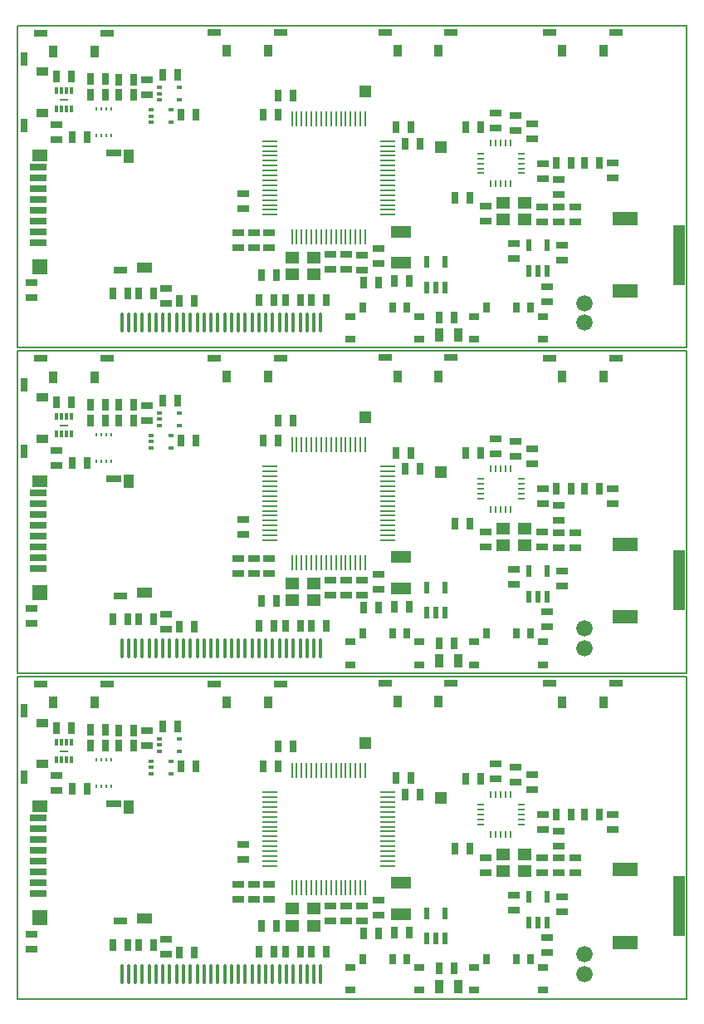
<source format=gbr>
G04 #@! TF.FileFunction,Paste,Top*
%FSLAX46Y46*%
G04 Gerber Fmt 4.6, Leading zero omitted, Abs format (unit mm)*
G04 Created by KiCad (PCBNEW 4.0.2+dfsg1-stable) date Wed 16 Mar 2016 07:28:31 PM CET*
%MOMM*%
G01*
G04 APERTURE LIST*
%ADD10C,0.150000*%
%ADD11R,0.700000X1.100000*%
%ADD12R,1.000000X0.800000*%
%ADD13R,0.762000X0.254000*%
%ADD14R,0.254000X0.762000*%
%ADD15R,0.300000X0.750000*%
%ADD16R,0.960000X0.270000*%
%ADD17R,1.750000X0.700000*%
%ADD18R,1.500000X1.500000*%
%ADD19R,1.500000X1.300000*%
%ADD20R,1.400000X0.800000*%
%ADD21R,1.550000X1.000000*%
%ADD22R,1.000000X1.450000*%
%ADD23R,1.500000X0.800000*%
%ADD24R,2.500000X1.400000*%
%ADD25R,1.200000X6.200000*%
%ADD26R,0.899160X1.399540*%
%ADD27R,0.889000X1.399540*%
%ADD28R,1.998980X1.198880*%
%ADD29C,1.676400*%
%ADD30R,0.635000X1.143000*%
%ADD31R,1.143000X0.635000*%
%ADD32R,0.269240X1.501140*%
%ADD33R,1.501140X0.248920*%
%ADD34R,1.200000X1.200000*%
%ADD35R,0.900000X1.270000*%
%ADD36R,1.450000X0.800000*%
%ADD37R,0.548640X1.198880*%
%ADD38O,0.400000X2.000000*%
%ADD39R,1.399540X1.198880*%
%ADD40R,1.270000X0.900000*%
%ADD41R,0.800000X1.450000*%
%ADD42R,0.508000X0.304800*%
%ADD43R,0.200000X0.400000*%
G04 APERTURE END LIST*
D10*
X166650000Y-162055000D02*
X166650000Y-162155000D01*
X234910000Y-162055000D02*
X166650000Y-162055000D01*
X166650000Y-194880000D02*
X166650000Y-194855000D01*
X234910000Y-194880000D02*
X166650000Y-194880000D01*
X234905000Y-162030000D02*
X234905000Y-194880000D01*
X166650000Y-162080000D02*
X166650000Y-194880000D01*
X166650000Y-128910000D02*
X166650000Y-161710000D01*
X234905000Y-128860000D02*
X234905000Y-161710000D01*
X234910000Y-161710000D02*
X166650000Y-161710000D01*
X166650000Y-161710000D02*
X166650000Y-161685000D01*
X234910000Y-128885000D02*
X166650000Y-128885000D01*
X166650000Y-128885000D02*
X166650000Y-128985000D01*
X166650000Y-95725000D02*
X166650000Y-95825000D01*
X234910000Y-95725000D02*
X166650000Y-95725000D01*
X166650000Y-128550000D02*
X166650000Y-128525000D01*
X234910000Y-128550000D02*
X166650000Y-128550000D01*
X234905000Y-95700000D02*
X234905000Y-128550000D01*
X166650000Y-95750000D02*
X166650000Y-128550000D01*
D11*
X201879920Y-190792920D03*
X204879920Y-190792920D03*
X206379920Y-190792920D03*
D12*
X200629920Y-191692920D03*
X200629920Y-193992920D03*
X207629920Y-191692920D03*
X207629920Y-193992920D03*
D11*
X214490080Y-190792920D03*
X217490080Y-190792920D03*
X218990080Y-190792920D03*
D12*
X213240080Y-191692920D03*
X213240080Y-193992920D03*
X220240080Y-191692920D03*
X220240080Y-193992920D03*
D13*
X213895220Y-175109240D03*
D14*
X214944240Y-178159780D03*
D13*
X217994780Y-177110760D03*
D14*
X216945760Y-174060220D03*
D13*
X213895220Y-175609620D03*
D14*
X215444620Y-178159780D03*
D13*
X217994780Y-176610380D03*
D14*
X216445380Y-174060220D03*
D13*
X213895220Y-176110000D03*
D14*
X215945000Y-178159780D03*
D13*
X217994780Y-176110000D03*
D14*
X215945000Y-174060220D03*
D13*
X213895220Y-176610380D03*
D14*
X216445380Y-178159780D03*
D13*
X217994780Y-175609620D03*
D14*
X215444620Y-174060220D03*
D13*
X213895220Y-177110760D03*
D14*
X216945760Y-178159780D03*
D13*
X217994780Y-175109240D03*
D14*
X214944240Y-174060220D03*
D15*
X170625000Y-170530000D03*
X171125000Y-170530000D03*
X171625000Y-170530000D03*
X172125000Y-170530000D03*
X172125000Y-168730000D03*
X171625000Y-168730000D03*
X171125000Y-168730000D03*
X170625000Y-168730000D03*
D16*
X171375000Y-169630000D03*
D17*
X168775000Y-176480000D03*
X168775000Y-177580000D03*
X168775000Y-178680000D03*
X168775000Y-179780000D03*
X168775000Y-180880000D03*
X168775000Y-181980000D03*
X168775000Y-183080000D03*
X168775000Y-184180000D03*
D18*
X168900000Y-186630000D03*
D19*
X168900000Y-175280000D03*
D20*
X177150000Y-186980000D03*
D21*
X179575000Y-186680000D03*
D22*
X178000000Y-175355000D03*
D23*
X176500000Y-175030000D03*
D24*
X228650000Y-189130000D03*
D25*
X234100000Y-185430000D03*
D24*
X228650000Y-181730000D03*
D26*
X209660040Y-193610000D03*
D27*
X211559960Y-193610000D03*
D28*
X205740280Y-186236380D03*
X205740280Y-183041060D03*
D29*
X224440000Y-190341780D03*
X224440000Y-192338220D03*
D30*
X191548000Y-187480000D03*
X193072000Y-187480000D03*
D31*
X198597800Y-186927260D03*
X198597800Y-185403260D03*
X189692560Y-180706800D03*
X189692560Y-179182800D03*
X168050000Y-188258000D03*
X168050000Y-189782000D03*
X220640000Y-188628000D03*
X220640000Y-190152000D03*
D30*
X206616580Y-188098200D03*
X205092580Y-188098200D03*
X206218000Y-174080000D03*
X207742000Y-174080000D03*
X194787000Y-169180000D03*
X193263000Y-169180000D03*
D31*
X192306220Y-184730160D03*
X192306220Y-183206160D03*
D30*
X206812000Y-172410000D03*
X205288000Y-172410000D03*
X191668680Y-171181800D03*
X193192680Y-171181800D03*
D31*
X203500000Y-184806360D03*
X203500000Y-186330360D03*
X190751740Y-184730160D03*
X190751740Y-183206160D03*
X200190380Y-185403260D03*
X200190380Y-186927260D03*
D30*
X201930280Y-188209960D03*
X203454280Y-188209960D03*
D31*
X215410000Y-172502000D03*
X215410000Y-170978000D03*
X219100000Y-173562000D03*
X219100000Y-172038000D03*
X222200000Y-184468000D03*
X222200000Y-185992000D03*
D30*
X212388000Y-172440000D03*
X213912000Y-172440000D03*
D31*
X227380000Y-177612000D03*
X227380000Y-176088000D03*
D30*
X225992000Y-176090000D03*
X224468000Y-176090000D03*
D31*
X223525080Y-182067640D03*
X223525080Y-180543640D03*
X214373380Y-182006300D03*
X214373380Y-180482300D03*
X220120000Y-180523000D03*
X220120000Y-182047000D03*
X221869000Y-182054940D03*
X221869000Y-180530940D03*
X181825000Y-190367000D03*
X181825000Y-188843000D03*
D30*
X184662000Y-190130000D03*
X183138000Y-190130000D03*
X176388000Y-189355000D03*
X177912000Y-189355000D03*
X178988000Y-189380000D03*
X180512000Y-189380000D03*
X194005480Y-190059080D03*
X195529480Y-190059080D03*
X198145680Y-190059080D03*
X196621680Y-190059080D03*
D31*
X189194720Y-184720000D03*
X189194720Y-183196000D03*
D32*
X198126080Y-183579480D03*
X197625700Y-183579480D03*
X197125320Y-183579480D03*
X196624940Y-183579480D03*
X196124560Y-183579480D03*
X195624180Y-183579480D03*
X195123800Y-183579480D03*
X194625960Y-183579480D03*
X202124040Y-183579480D03*
X202124040Y-171580520D03*
X194625960Y-171580520D03*
X198623920Y-183579480D03*
X199124300Y-183579480D03*
X199624680Y-183579480D03*
X200125060Y-183579480D03*
X200625440Y-183579480D03*
X201125820Y-183579480D03*
X201626200Y-183579480D03*
X201626200Y-171580520D03*
X201125820Y-171580520D03*
X200625440Y-171580520D03*
X200125060Y-171580520D03*
X199624680Y-171580520D03*
X199124300Y-171580520D03*
X198623920Y-171580520D03*
X198126080Y-171580520D03*
X197625700Y-171580520D03*
X197125320Y-171580520D03*
X196624940Y-171580520D03*
X196124560Y-171580520D03*
X195624180Y-171580520D03*
X195123800Y-171580520D03*
D33*
X192375520Y-181329040D03*
X192375520Y-180831200D03*
X192375520Y-180330820D03*
X192375520Y-179830440D03*
X192375520Y-179330060D03*
X192375520Y-178829680D03*
X192375520Y-177331080D03*
X192375520Y-176330320D03*
X192375520Y-175829940D03*
X192375520Y-178329300D03*
X192375520Y-177828920D03*
X192375520Y-176830700D03*
X192375520Y-175329560D03*
X192375520Y-174829180D03*
X192375520Y-174328800D03*
X192375520Y-173830960D03*
X204374480Y-181329040D03*
X204374480Y-180831200D03*
X204374480Y-180330820D03*
X204374480Y-179830440D03*
X204374480Y-179330060D03*
X204374480Y-178829680D03*
X204374480Y-178329300D03*
X204374480Y-177828920D03*
X204374480Y-177331080D03*
X204374480Y-176830700D03*
X204374480Y-176330320D03*
X204374480Y-175829940D03*
X204374480Y-175329560D03*
X204374480Y-174829180D03*
X204374480Y-174328800D03*
X204374480Y-173830960D03*
D31*
X201808360Y-186934880D03*
X201808360Y-185410880D03*
D30*
X223142000Y-176090000D03*
X221618000Y-176090000D03*
D31*
X220230000Y-177622000D03*
X220230000Y-176098000D03*
X221870000Y-177788000D03*
X221870000Y-179312000D03*
D34*
X209780000Y-174430000D03*
X202100000Y-168790000D03*
D30*
X211192000Y-191790000D03*
X209668000Y-191790000D03*
D31*
X217250000Y-184298000D03*
X217250000Y-185822000D03*
X217410000Y-171248000D03*
X217410000Y-172772000D03*
D30*
X191302920Y-190059080D03*
X192826920Y-190059080D03*
D35*
X170275000Y-164715000D03*
X174475000Y-164715000D03*
D36*
X169000000Y-162830000D03*
X175751000Y-162830000D03*
D35*
X187980000Y-164665000D03*
X192180000Y-164665000D03*
D36*
X186705000Y-162780000D03*
X193456000Y-162780000D03*
D35*
X205400000Y-164615000D03*
X209600000Y-164615000D03*
D36*
X204125000Y-162730000D03*
X210876000Y-162730000D03*
D35*
X222200000Y-164645000D03*
X226400000Y-164645000D03*
D36*
X220925000Y-162760000D03*
X227676000Y-162760000D03*
D37*
X208386680Y-188735140D03*
X209336640Y-188735140D03*
X210286600Y-188735140D03*
X210286600Y-186139260D03*
X208386680Y-186139260D03*
X218760040Y-187067940D03*
X219710000Y-187067940D03*
X220659960Y-187067940D03*
X220659960Y-184472060D03*
X218760040Y-184472060D03*
D38*
X177275000Y-192330000D03*
X177975000Y-192330000D03*
X178675000Y-192330000D03*
X179375000Y-192330000D03*
X180075000Y-192330000D03*
X180775000Y-192330000D03*
X181475000Y-192330000D03*
X182175000Y-192330000D03*
X182875000Y-192330000D03*
X183575000Y-192330000D03*
X184275000Y-192330000D03*
X184975000Y-192330000D03*
X185675000Y-192330000D03*
X186375000Y-192330000D03*
X187075000Y-192330000D03*
X187775000Y-192330000D03*
X188475000Y-192330000D03*
X189175000Y-192330000D03*
X189875000Y-192330000D03*
X190575000Y-192330000D03*
X191275000Y-192330000D03*
X191975000Y-192330000D03*
X192675000Y-192330000D03*
X193375000Y-192330000D03*
X194075000Y-192330000D03*
X194775000Y-192330000D03*
X195475000Y-192330000D03*
X196175000Y-192330000D03*
X196875000Y-192330000D03*
X197575000Y-192330000D03*
D39*
X196875680Y-187407320D03*
X194676040Y-187407320D03*
X196875680Y-185705520D03*
X194676040Y-185705520D03*
X218344820Y-181835900D03*
X216145180Y-181835900D03*
X218344820Y-180134100D03*
X216145180Y-180134100D03*
D40*
X169185000Y-170980000D03*
X169185000Y-166780000D03*
D41*
X167300000Y-172255000D03*
X167300000Y-165504000D03*
D30*
X176938000Y-167555000D03*
X178462000Y-167555000D03*
X183288000Y-171155000D03*
X184812000Y-171155000D03*
D31*
X179825000Y-169117000D03*
X179825000Y-167593000D03*
D30*
X175612000Y-167505000D03*
X174088000Y-167505000D03*
X176938000Y-169105000D03*
X178462000Y-169105000D03*
X172238000Y-173455000D03*
X173762000Y-173455000D03*
D31*
X170610000Y-172148000D03*
X170610000Y-173672000D03*
D30*
X170588000Y-167280000D03*
X172112000Y-167280000D03*
X174088000Y-169105000D03*
X175612000Y-169105000D03*
X182962000Y-167105000D03*
X181438000Y-167105000D03*
D42*
X180284000Y-170645000D03*
X180284000Y-171915000D03*
X182316000Y-170645000D03*
X180284000Y-171280000D03*
X182316000Y-171915000D03*
D43*
X174725000Y-173255000D03*
X175225000Y-173255000D03*
X175725000Y-173255000D03*
X176225000Y-173255000D03*
X174725000Y-170555000D03*
X175225000Y-170555000D03*
X175725000Y-170555000D03*
X176225000Y-170555000D03*
D42*
X181109000Y-168370000D03*
X181109000Y-169640000D03*
X183141000Y-168370000D03*
X181109000Y-169005000D03*
X183141000Y-169640000D03*
D30*
X212788500Y-179601300D03*
X211264500Y-179601300D03*
X212788500Y-146431300D03*
X211264500Y-146431300D03*
D42*
X181109000Y-135200000D03*
X181109000Y-136470000D03*
X183141000Y-135200000D03*
X181109000Y-135835000D03*
X183141000Y-136470000D03*
D43*
X174725000Y-140085000D03*
X175225000Y-140085000D03*
X175725000Y-140085000D03*
X176225000Y-140085000D03*
X174725000Y-137385000D03*
X175225000Y-137385000D03*
X175725000Y-137385000D03*
X176225000Y-137385000D03*
D42*
X180284000Y-137475000D03*
X180284000Y-138745000D03*
X182316000Y-137475000D03*
X180284000Y-138110000D03*
X182316000Y-138745000D03*
D30*
X182962000Y-133935000D03*
X181438000Y-133935000D03*
X174088000Y-135935000D03*
X175612000Y-135935000D03*
X170588000Y-134110000D03*
X172112000Y-134110000D03*
D31*
X170610000Y-138978000D03*
X170610000Y-140502000D03*
D30*
X172238000Y-140285000D03*
X173762000Y-140285000D03*
X176938000Y-135935000D03*
X178462000Y-135935000D03*
X175612000Y-134335000D03*
X174088000Y-134335000D03*
D31*
X179825000Y-135947000D03*
X179825000Y-134423000D03*
D30*
X183288000Y-137985000D03*
X184812000Y-137985000D03*
X176938000Y-134385000D03*
X178462000Y-134385000D03*
D40*
X169185000Y-137810000D03*
X169185000Y-133610000D03*
D41*
X167300000Y-139085000D03*
X167300000Y-132334000D03*
D39*
X218344820Y-148665900D03*
X216145180Y-148665900D03*
X218344820Y-146964100D03*
X216145180Y-146964100D03*
X196875680Y-154237320D03*
X194676040Y-154237320D03*
X196875680Y-152535520D03*
X194676040Y-152535520D03*
D38*
X177275000Y-159160000D03*
X177975000Y-159160000D03*
X178675000Y-159160000D03*
X179375000Y-159160000D03*
X180075000Y-159160000D03*
X180775000Y-159160000D03*
X181475000Y-159160000D03*
X182175000Y-159160000D03*
X182875000Y-159160000D03*
X183575000Y-159160000D03*
X184275000Y-159160000D03*
X184975000Y-159160000D03*
X185675000Y-159160000D03*
X186375000Y-159160000D03*
X187075000Y-159160000D03*
X187775000Y-159160000D03*
X188475000Y-159160000D03*
X189175000Y-159160000D03*
X189875000Y-159160000D03*
X190575000Y-159160000D03*
X191275000Y-159160000D03*
X191975000Y-159160000D03*
X192675000Y-159160000D03*
X193375000Y-159160000D03*
X194075000Y-159160000D03*
X194775000Y-159160000D03*
X195475000Y-159160000D03*
X196175000Y-159160000D03*
X196875000Y-159160000D03*
X197575000Y-159160000D03*
D37*
X218760040Y-153897940D03*
X219710000Y-153897940D03*
X220659960Y-153897940D03*
X220659960Y-151302060D03*
X218760040Y-151302060D03*
X208386680Y-155565140D03*
X209336640Y-155565140D03*
X210286600Y-155565140D03*
X210286600Y-152969260D03*
X208386680Y-152969260D03*
D35*
X222200000Y-131475000D03*
X226400000Y-131475000D03*
D36*
X220925000Y-129590000D03*
X227676000Y-129590000D03*
D35*
X205400000Y-131445000D03*
X209600000Y-131445000D03*
D36*
X204125000Y-129560000D03*
X210876000Y-129560000D03*
D35*
X187980000Y-131495000D03*
X192180000Y-131495000D03*
D36*
X186705000Y-129610000D03*
X193456000Y-129610000D03*
D35*
X170275000Y-131545000D03*
X174475000Y-131545000D03*
D36*
X169000000Y-129660000D03*
X175751000Y-129660000D03*
D30*
X191302920Y-156889080D03*
X192826920Y-156889080D03*
D31*
X217410000Y-138078000D03*
X217410000Y-139602000D03*
X217250000Y-151128000D03*
X217250000Y-152652000D03*
D30*
X211192000Y-158620000D03*
X209668000Y-158620000D03*
D34*
X202100000Y-135620000D03*
X209780000Y-141260000D03*
D31*
X221870000Y-144618000D03*
X221870000Y-146142000D03*
X220230000Y-144452000D03*
X220230000Y-142928000D03*
D30*
X223142000Y-142920000D03*
X221618000Y-142920000D03*
D31*
X201808360Y-153764880D03*
X201808360Y-152240880D03*
D32*
X198126080Y-150409480D03*
X197625700Y-150409480D03*
X197125320Y-150409480D03*
X196624940Y-150409480D03*
X196124560Y-150409480D03*
X195624180Y-150409480D03*
X195123800Y-150409480D03*
X194625960Y-150409480D03*
X202124040Y-150409480D03*
X202124040Y-138410520D03*
X194625960Y-138410520D03*
X198623920Y-150409480D03*
X199124300Y-150409480D03*
X199624680Y-150409480D03*
X200125060Y-150409480D03*
X200625440Y-150409480D03*
X201125820Y-150409480D03*
X201626200Y-150409480D03*
X201626200Y-138410520D03*
X201125820Y-138410520D03*
X200625440Y-138410520D03*
X200125060Y-138410520D03*
X199624680Y-138410520D03*
X199124300Y-138410520D03*
X198623920Y-138410520D03*
X198126080Y-138410520D03*
X197625700Y-138410520D03*
X197125320Y-138410520D03*
X196624940Y-138410520D03*
X196124560Y-138410520D03*
X195624180Y-138410520D03*
X195123800Y-138410520D03*
D33*
X192375520Y-148159040D03*
X192375520Y-147661200D03*
X192375520Y-147160820D03*
X192375520Y-146660440D03*
X192375520Y-146160060D03*
X192375520Y-145659680D03*
X192375520Y-144161080D03*
X192375520Y-143160320D03*
X192375520Y-142659940D03*
X192375520Y-145159300D03*
X192375520Y-144658920D03*
X192375520Y-143660700D03*
X192375520Y-142159560D03*
X192375520Y-141659180D03*
X192375520Y-141158800D03*
X192375520Y-140660960D03*
X204374480Y-148159040D03*
X204374480Y-147661200D03*
X204374480Y-147160820D03*
X204374480Y-146660440D03*
X204374480Y-146160060D03*
X204374480Y-145659680D03*
X204374480Y-145159300D03*
X204374480Y-144658920D03*
X204374480Y-144161080D03*
X204374480Y-143660700D03*
X204374480Y-143160320D03*
X204374480Y-142659940D03*
X204374480Y-142159560D03*
X204374480Y-141659180D03*
X204374480Y-141158800D03*
X204374480Y-140660960D03*
D31*
X189194720Y-151550000D03*
X189194720Y-150026000D03*
D30*
X198145680Y-156889080D03*
X196621680Y-156889080D03*
X194005480Y-156889080D03*
X195529480Y-156889080D03*
X178988000Y-156210000D03*
X180512000Y-156210000D03*
X176388000Y-156185000D03*
X177912000Y-156185000D03*
X184662000Y-156960000D03*
X183138000Y-156960000D03*
D31*
X181825000Y-157197000D03*
X181825000Y-155673000D03*
X221869000Y-148884940D03*
X221869000Y-147360940D03*
X220120000Y-147353000D03*
X220120000Y-148877000D03*
X214373380Y-148836300D03*
X214373380Y-147312300D03*
X223525080Y-148897640D03*
X223525080Y-147373640D03*
D30*
X225992000Y-142920000D03*
X224468000Y-142920000D03*
D31*
X227380000Y-144442000D03*
X227380000Y-142918000D03*
D30*
X212388000Y-139270000D03*
X213912000Y-139270000D03*
D31*
X222200000Y-151298000D03*
X222200000Y-152822000D03*
X219100000Y-140392000D03*
X219100000Y-138868000D03*
X215410000Y-139332000D03*
X215410000Y-137808000D03*
D30*
X201930280Y-155039960D03*
X203454280Y-155039960D03*
D31*
X200190380Y-152233260D03*
X200190380Y-153757260D03*
X190751740Y-151560160D03*
X190751740Y-150036160D03*
X203500000Y-151636360D03*
X203500000Y-153160360D03*
D30*
X191668680Y-138011800D03*
X193192680Y-138011800D03*
X206812000Y-139240000D03*
X205288000Y-139240000D03*
D31*
X192306220Y-151560160D03*
X192306220Y-150036160D03*
D30*
X194787000Y-136010000D03*
X193263000Y-136010000D03*
X206218000Y-140910000D03*
X207742000Y-140910000D03*
X206616580Y-154928200D03*
X205092580Y-154928200D03*
D31*
X220640000Y-155458000D03*
X220640000Y-156982000D03*
X168050000Y-155088000D03*
X168050000Y-156612000D03*
X189692560Y-147536800D03*
X189692560Y-146012800D03*
X198597800Y-153757260D03*
X198597800Y-152233260D03*
D30*
X191548000Y-154310000D03*
X193072000Y-154310000D03*
D29*
X224440000Y-157171780D03*
X224440000Y-159168220D03*
D28*
X205740280Y-153066380D03*
X205740280Y-149871060D03*
D26*
X209660040Y-160440000D03*
D27*
X211559960Y-160440000D03*
D24*
X228650000Y-155960000D03*
D25*
X234100000Y-152260000D03*
D24*
X228650000Y-148560000D03*
D17*
X168775000Y-143310000D03*
X168775000Y-144410000D03*
X168775000Y-145510000D03*
X168775000Y-146610000D03*
X168775000Y-147710000D03*
X168775000Y-148810000D03*
X168775000Y-149910000D03*
X168775000Y-151010000D03*
D18*
X168900000Y-153460000D03*
D19*
X168900000Y-142110000D03*
D20*
X177150000Y-153810000D03*
D21*
X179575000Y-153510000D03*
D22*
X178000000Y-142185000D03*
D23*
X176500000Y-141860000D03*
D15*
X170625000Y-137360000D03*
X171125000Y-137360000D03*
X171625000Y-137360000D03*
X172125000Y-137360000D03*
X172125000Y-135560000D03*
X171625000Y-135560000D03*
X171125000Y-135560000D03*
X170625000Y-135560000D03*
D16*
X171375000Y-136460000D03*
D13*
X213895220Y-141939240D03*
D14*
X214944240Y-144989780D03*
D13*
X217994780Y-143940760D03*
D14*
X216945760Y-140890220D03*
D13*
X213895220Y-142439620D03*
D14*
X215444620Y-144989780D03*
D13*
X217994780Y-143440380D03*
D14*
X216445380Y-140890220D03*
D13*
X213895220Y-142940000D03*
D14*
X215945000Y-144989780D03*
D13*
X217994780Y-142940000D03*
D14*
X215945000Y-140890220D03*
D13*
X213895220Y-143440380D03*
D14*
X216445380Y-144989780D03*
D13*
X217994780Y-142439620D03*
D14*
X215444620Y-140890220D03*
D13*
X213895220Y-143940760D03*
D14*
X216945760Y-144989780D03*
D13*
X217994780Y-141939240D03*
D14*
X214944240Y-140890220D03*
D11*
X214490080Y-157622920D03*
X217490080Y-157622920D03*
X218990080Y-157622920D03*
D12*
X213240080Y-158522920D03*
X213240080Y-160822920D03*
X220240080Y-158522920D03*
X220240080Y-160822920D03*
D11*
X201879920Y-157622920D03*
X204879920Y-157622920D03*
X206379920Y-157622920D03*
D12*
X200629920Y-158522920D03*
X200629920Y-160822920D03*
X207629920Y-158522920D03*
X207629920Y-160822920D03*
D11*
X201879920Y-124462920D03*
X204879920Y-124462920D03*
X206379920Y-124462920D03*
D12*
X200629920Y-125362920D03*
X200629920Y-127662920D03*
X207629920Y-125362920D03*
X207629920Y-127662920D03*
D11*
X214490080Y-124462920D03*
X217490080Y-124462920D03*
X218990080Y-124462920D03*
D12*
X213240080Y-125362920D03*
X213240080Y-127662920D03*
X220240080Y-125362920D03*
X220240080Y-127662920D03*
D13*
X213895220Y-108779240D03*
D14*
X214944240Y-111829780D03*
D13*
X217994780Y-110780760D03*
D14*
X216945760Y-107730220D03*
D13*
X213895220Y-109279620D03*
D14*
X215444620Y-111829780D03*
D13*
X217994780Y-110280380D03*
D14*
X216445380Y-107730220D03*
D13*
X213895220Y-109780000D03*
D14*
X215945000Y-111829780D03*
D13*
X217994780Y-109780000D03*
D14*
X215945000Y-107730220D03*
D13*
X213895220Y-110280380D03*
D14*
X216445380Y-111829780D03*
D13*
X217994780Y-109279620D03*
D14*
X215444620Y-107730220D03*
D13*
X213895220Y-110780760D03*
D14*
X216945760Y-111829780D03*
D13*
X217994780Y-108779240D03*
D14*
X214944240Y-107730220D03*
D15*
X170625000Y-104200000D03*
X171125000Y-104200000D03*
X171625000Y-104200000D03*
X172125000Y-104200000D03*
X172125000Y-102400000D03*
X171625000Y-102400000D03*
X171125000Y-102400000D03*
X170625000Y-102400000D03*
D16*
X171375000Y-103300000D03*
D17*
X168775000Y-110150000D03*
X168775000Y-111250000D03*
X168775000Y-112350000D03*
X168775000Y-113450000D03*
X168775000Y-114550000D03*
X168775000Y-115650000D03*
X168775000Y-116750000D03*
X168775000Y-117850000D03*
D18*
X168900000Y-120300000D03*
D19*
X168900000Y-108950000D03*
D20*
X177150000Y-120650000D03*
D21*
X179575000Y-120350000D03*
D22*
X178000000Y-109025000D03*
D23*
X176500000Y-108700000D03*
D24*
X228650000Y-122800000D03*
D25*
X234100000Y-119100000D03*
D24*
X228650000Y-115400000D03*
D26*
X209660040Y-127280000D03*
D27*
X211559960Y-127280000D03*
D28*
X205740280Y-119906380D03*
X205740280Y-116711060D03*
D29*
X224440000Y-124011780D03*
X224440000Y-126008220D03*
D30*
X191548000Y-121150000D03*
X193072000Y-121150000D03*
D31*
X198597800Y-120597260D03*
X198597800Y-119073260D03*
X189692560Y-114376800D03*
X189692560Y-112852800D03*
X168050000Y-121928000D03*
X168050000Y-123452000D03*
X220640000Y-122298000D03*
X220640000Y-123822000D03*
D30*
X206616580Y-121768200D03*
X205092580Y-121768200D03*
X206218000Y-107750000D03*
X207742000Y-107750000D03*
X194787000Y-102850000D03*
X193263000Y-102850000D03*
D31*
X192306220Y-118400160D03*
X192306220Y-116876160D03*
D30*
X206812000Y-106080000D03*
X205288000Y-106080000D03*
X191668680Y-104851800D03*
X193192680Y-104851800D03*
D31*
X203500000Y-118476360D03*
X203500000Y-120000360D03*
X190751740Y-118400160D03*
X190751740Y-116876160D03*
X200190380Y-119073260D03*
X200190380Y-120597260D03*
D30*
X201930280Y-121879960D03*
X203454280Y-121879960D03*
D31*
X215410000Y-106172000D03*
X215410000Y-104648000D03*
X219100000Y-107232000D03*
X219100000Y-105708000D03*
X222200000Y-118138000D03*
X222200000Y-119662000D03*
D30*
X212388000Y-106110000D03*
X213912000Y-106110000D03*
D31*
X227380000Y-111282000D03*
X227380000Y-109758000D03*
D30*
X225992000Y-109760000D03*
X224468000Y-109760000D03*
D31*
X223525080Y-115737640D03*
X223525080Y-114213640D03*
X214373380Y-115676300D03*
X214373380Y-114152300D03*
X220120000Y-114193000D03*
X220120000Y-115717000D03*
X221869000Y-115724940D03*
X221869000Y-114200940D03*
X181825000Y-124037000D03*
X181825000Y-122513000D03*
D30*
X184662000Y-123800000D03*
X183138000Y-123800000D03*
X176388000Y-123025000D03*
X177912000Y-123025000D03*
X178988000Y-123050000D03*
X180512000Y-123050000D03*
X194005480Y-123729080D03*
X195529480Y-123729080D03*
X198145680Y-123729080D03*
X196621680Y-123729080D03*
D31*
X189194720Y-118390000D03*
X189194720Y-116866000D03*
D32*
X198126080Y-117249480D03*
X197625700Y-117249480D03*
X197125320Y-117249480D03*
X196624940Y-117249480D03*
X196124560Y-117249480D03*
X195624180Y-117249480D03*
X195123800Y-117249480D03*
X194625960Y-117249480D03*
X202124040Y-117249480D03*
X202124040Y-105250520D03*
X194625960Y-105250520D03*
X198623920Y-117249480D03*
X199124300Y-117249480D03*
X199624680Y-117249480D03*
X200125060Y-117249480D03*
X200625440Y-117249480D03*
X201125820Y-117249480D03*
X201626200Y-117249480D03*
X201626200Y-105250520D03*
X201125820Y-105250520D03*
X200625440Y-105250520D03*
X200125060Y-105250520D03*
X199624680Y-105250520D03*
X199124300Y-105250520D03*
X198623920Y-105250520D03*
X198126080Y-105250520D03*
X197625700Y-105250520D03*
X197125320Y-105250520D03*
X196624940Y-105250520D03*
X196124560Y-105250520D03*
X195624180Y-105250520D03*
X195123800Y-105250520D03*
D33*
X192375520Y-114999040D03*
X192375520Y-114501200D03*
X192375520Y-114000820D03*
X192375520Y-113500440D03*
X192375520Y-113000060D03*
X192375520Y-112499680D03*
X192375520Y-111001080D03*
X192375520Y-110000320D03*
X192375520Y-109499940D03*
X192375520Y-111999300D03*
X192375520Y-111498920D03*
X192375520Y-110500700D03*
X192375520Y-108999560D03*
X192375520Y-108499180D03*
X192375520Y-107998800D03*
X192375520Y-107500960D03*
X204374480Y-114999040D03*
X204374480Y-114501200D03*
X204374480Y-114000820D03*
X204374480Y-113500440D03*
X204374480Y-113000060D03*
X204374480Y-112499680D03*
X204374480Y-111999300D03*
X204374480Y-111498920D03*
X204374480Y-111001080D03*
X204374480Y-110500700D03*
X204374480Y-110000320D03*
X204374480Y-109499940D03*
X204374480Y-108999560D03*
X204374480Y-108499180D03*
X204374480Y-107998800D03*
X204374480Y-107500960D03*
D31*
X201808360Y-120604880D03*
X201808360Y-119080880D03*
D30*
X223142000Y-109760000D03*
X221618000Y-109760000D03*
D31*
X220230000Y-111292000D03*
X220230000Y-109768000D03*
X221870000Y-111458000D03*
X221870000Y-112982000D03*
D34*
X209780000Y-108100000D03*
X202100000Y-102460000D03*
D30*
X211192000Y-125460000D03*
X209668000Y-125460000D03*
D31*
X217250000Y-117968000D03*
X217250000Y-119492000D03*
X217410000Y-104918000D03*
X217410000Y-106442000D03*
D30*
X191302920Y-123729080D03*
X192826920Y-123729080D03*
D35*
X170275000Y-98385000D03*
X174475000Y-98385000D03*
D36*
X169000000Y-96500000D03*
X175751000Y-96500000D03*
D35*
X187980000Y-98335000D03*
X192180000Y-98335000D03*
D36*
X186705000Y-96450000D03*
X193456000Y-96450000D03*
D35*
X205400000Y-98285000D03*
X209600000Y-98285000D03*
D36*
X204125000Y-96400000D03*
X210876000Y-96400000D03*
D35*
X222200000Y-98315000D03*
X226400000Y-98315000D03*
D36*
X220925000Y-96430000D03*
X227676000Y-96430000D03*
D37*
X208386680Y-122405140D03*
X209336640Y-122405140D03*
X210286600Y-122405140D03*
X210286600Y-119809260D03*
X208386680Y-119809260D03*
X218760040Y-120737940D03*
X219710000Y-120737940D03*
X220659960Y-120737940D03*
X220659960Y-118142060D03*
X218760040Y-118142060D03*
D38*
X177275000Y-126000000D03*
X177975000Y-126000000D03*
X178675000Y-126000000D03*
X179375000Y-126000000D03*
X180075000Y-126000000D03*
X180775000Y-126000000D03*
X181475000Y-126000000D03*
X182175000Y-126000000D03*
X182875000Y-126000000D03*
X183575000Y-126000000D03*
X184275000Y-126000000D03*
X184975000Y-126000000D03*
X185675000Y-126000000D03*
X186375000Y-126000000D03*
X187075000Y-126000000D03*
X187775000Y-126000000D03*
X188475000Y-126000000D03*
X189175000Y-126000000D03*
X189875000Y-126000000D03*
X190575000Y-126000000D03*
X191275000Y-126000000D03*
X191975000Y-126000000D03*
X192675000Y-126000000D03*
X193375000Y-126000000D03*
X194075000Y-126000000D03*
X194775000Y-126000000D03*
X195475000Y-126000000D03*
X196175000Y-126000000D03*
X196875000Y-126000000D03*
X197575000Y-126000000D03*
D39*
X196875680Y-121077320D03*
X194676040Y-121077320D03*
X196875680Y-119375520D03*
X194676040Y-119375520D03*
X218344820Y-115505900D03*
X216145180Y-115505900D03*
X218344820Y-113804100D03*
X216145180Y-113804100D03*
D40*
X169185000Y-104650000D03*
X169185000Y-100450000D03*
D41*
X167300000Y-105925000D03*
X167300000Y-99174000D03*
D30*
X176938000Y-101225000D03*
X178462000Y-101225000D03*
X183288000Y-104825000D03*
X184812000Y-104825000D03*
D31*
X179825000Y-102787000D03*
X179825000Y-101263000D03*
D30*
X175612000Y-101175000D03*
X174088000Y-101175000D03*
X176938000Y-102775000D03*
X178462000Y-102775000D03*
X172238000Y-107125000D03*
X173762000Y-107125000D03*
D31*
X170610000Y-105818000D03*
X170610000Y-107342000D03*
D30*
X170588000Y-100950000D03*
X172112000Y-100950000D03*
X174088000Y-102775000D03*
X175612000Y-102775000D03*
X182962000Y-100775000D03*
X181438000Y-100775000D03*
D42*
X180284000Y-104315000D03*
X180284000Y-105585000D03*
X182316000Y-104315000D03*
X180284000Y-104950000D03*
X182316000Y-105585000D03*
D43*
X174725000Y-106925000D03*
X175225000Y-106925000D03*
X175725000Y-106925000D03*
X176225000Y-106925000D03*
X174725000Y-104225000D03*
X175225000Y-104225000D03*
X175725000Y-104225000D03*
X176225000Y-104225000D03*
D42*
X181109000Y-102040000D03*
X181109000Y-103310000D03*
X183141000Y-102040000D03*
X181109000Y-102675000D03*
X183141000Y-103310000D03*
D30*
X212788500Y-113271300D03*
X211264500Y-113271300D03*
M02*

</source>
